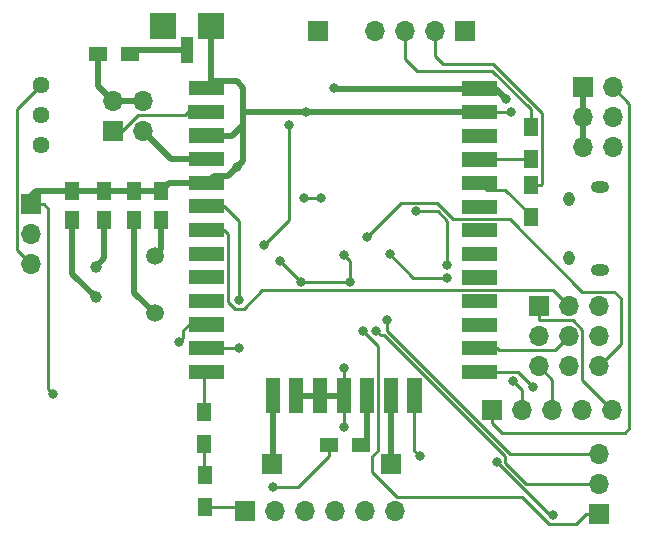
<source format=gbr>
G04 #@! TF.GenerationSoftware,KiCad,Pcbnew,(5.1.5)-3*
G04 #@! TF.CreationDate,2020-04-28T00:17:26+02:00*
G04 #@! TF.ProjectId,main_pcb,6d61696e-5f70-4636-922e-6b696361645f,1*
G04 #@! TF.SameCoordinates,Original*
G04 #@! TF.FileFunction,Copper,L2,Bot*
G04 #@! TF.FilePolarity,Positive*
%FSLAX46Y46*%
G04 Gerber Fmt 4.6, Leading zero omitted, Abs format (unit mm)*
G04 Created by KiCad (PCBNEW (5.1.5)-3) date 2020-04-28 00:17:26*
%MOMM*%
%LPD*%
G04 APERTURE LIST*
%ADD10R,1.700000X1.700000*%
%ADD11O,1.700000X1.700000*%
%ADD12R,1.250000X1.500000*%
%ADD13C,0.100000*%
%ADD14R,1.300000X1.500000*%
%ADD15R,1.000000X2.200000*%
%ADD16R,2.200000X2.200000*%
%ADD17O,0.950000X1.250000*%
%ADD18O,1.550000X1.000000*%
%ADD19R,1.500000X1.300000*%
%ADD20C,1.440000*%
%ADD21C,1.500000*%
%ADD22C,1.000000*%
%ADD23C,0.800000*%
%ADD24C,0.500000*%
%ADD25C,0.250000*%
G04 APERTURE END LIST*
D10*
X130800000Y-92500000D03*
D11*
X133340000Y-92500000D03*
X135880000Y-92500000D03*
X138420000Y-92500000D03*
X140960000Y-92500000D03*
D12*
X102770940Y-73913680D03*
X102770940Y-76413680D03*
X100446840Y-76411140D03*
X100446840Y-73911140D03*
X97929700Y-73916220D03*
X97929700Y-76416220D03*
X95237300Y-73913680D03*
X95237300Y-76413680D03*
G04 #@! TA.AperFunction,SMDPad,CuDef*
D13*
G36*
X111594700Y-89786401D02*
G01*
X112794700Y-89786401D01*
X112794700Y-92786401D01*
X111594700Y-92786401D01*
X111594700Y-89786401D01*
G37*
G04 #@! TD.AperFunction*
G04 #@! TA.AperFunction,SMDPad,CuDef*
G36*
X113594700Y-89786401D02*
G01*
X114794700Y-89786401D01*
X114794700Y-92786401D01*
X113594700Y-92786401D01*
X113594700Y-89786401D01*
G37*
G04 #@! TD.AperFunction*
G04 #@! TA.AperFunction,SMDPad,CuDef*
G36*
X115594700Y-89786401D02*
G01*
X116794700Y-89786401D01*
X116794700Y-92786401D01*
X115594700Y-92786401D01*
X115594700Y-89786401D01*
G37*
G04 #@! TD.AperFunction*
G04 #@! TA.AperFunction,SMDPad,CuDef*
G36*
X117594700Y-89786401D02*
G01*
X118794700Y-89786401D01*
X118794700Y-92786401D01*
X117594700Y-92786401D01*
X117594700Y-89786401D01*
G37*
G04 #@! TD.AperFunction*
G04 #@! TA.AperFunction,SMDPad,CuDef*
G36*
X119594700Y-89786401D02*
G01*
X120794700Y-89786401D01*
X120794700Y-92786401D01*
X119594700Y-92786401D01*
X119594700Y-89786401D01*
G37*
G04 #@! TD.AperFunction*
G04 #@! TA.AperFunction,SMDPad,CuDef*
G36*
X121594700Y-89786401D02*
G01*
X122794700Y-89786401D01*
X122794700Y-92786401D01*
X121594700Y-92786401D01*
X121594700Y-89786401D01*
G37*
G04 #@! TD.AperFunction*
G04 #@! TA.AperFunction,SMDPad,CuDef*
G36*
X123594700Y-89786401D02*
G01*
X124794700Y-89786401D01*
X124794700Y-92786401D01*
X123594700Y-92786401D01*
X123594700Y-89786401D01*
G37*
G04 #@! TD.AperFunction*
G04 #@! TA.AperFunction,SMDPad,CuDef*
G36*
X105105200Y-64654401D02*
G01*
X108105200Y-64654401D01*
X108105200Y-65854401D01*
X105105200Y-65854401D01*
X105105200Y-64654401D01*
G37*
G04 #@! TD.AperFunction*
G04 #@! TA.AperFunction,SMDPad,CuDef*
G36*
X105041700Y-66654401D02*
G01*
X108041700Y-66654401D01*
X108041700Y-67854401D01*
X105041700Y-67854401D01*
X105041700Y-66654401D01*
G37*
G04 #@! TD.AperFunction*
G04 #@! TA.AperFunction,SMDPad,CuDef*
G36*
X105105200Y-68654401D02*
G01*
X108105200Y-68654401D01*
X108105200Y-69854401D01*
X105105200Y-69854401D01*
X105105200Y-68654401D01*
G37*
G04 #@! TD.AperFunction*
G04 #@! TA.AperFunction,SMDPad,CuDef*
G36*
X105105200Y-70654401D02*
G01*
X108105200Y-70654401D01*
X108105200Y-71854401D01*
X105105200Y-71854401D01*
X105105200Y-70654401D01*
G37*
G04 #@! TD.AperFunction*
G04 #@! TA.AperFunction,SMDPad,CuDef*
G36*
X105105200Y-72654401D02*
G01*
X108105200Y-72654401D01*
X108105200Y-73854401D01*
X105105200Y-73854401D01*
X105105200Y-72654401D01*
G37*
G04 #@! TD.AperFunction*
G04 #@! TA.AperFunction,SMDPad,CuDef*
G36*
X105105200Y-74654401D02*
G01*
X108105200Y-74654401D01*
X108105200Y-75854401D01*
X105105200Y-75854401D01*
X105105200Y-74654401D01*
G37*
G04 #@! TD.AperFunction*
G04 #@! TA.AperFunction,SMDPad,CuDef*
G36*
X105105200Y-76654401D02*
G01*
X108105200Y-76654401D01*
X108105200Y-77854401D01*
X105105200Y-77854401D01*
X105105200Y-76654401D01*
G37*
G04 #@! TD.AperFunction*
G04 #@! TA.AperFunction,SMDPad,CuDef*
G36*
X105105200Y-78654401D02*
G01*
X108105200Y-78654401D01*
X108105200Y-79854401D01*
X105105200Y-79854401D01*
X105105200Y-78654401D01*
G37*
G04 #@! TD.AperFunction*
G04 #@! TA.AperFunction,SMDPad,CuDef*
G36*
X105105200Y-80654401D02*
G01*
X108105200Y-80654401D01*
X108105200Y-81854401D01*
X105105200Y-81854401D01*
X105105200Y-80654401D01*
G37*
G04 #@! TD.AperFunction*
G04 #@! TA.AperFunction,SMDPad,CuDef*
G36*
X105105200Y-82654401D02*
G01*
X108105200Y-82654401D01*
X108105200Y-83854401D01*
X105105200Y-83854401D01*
X105105200Y-82654401D01*
G37*
G04 #@! TD.AperFunction*
G04 #@! TA.AperFunction,SMDPad,CuDef*
G36*
X105105200Y-84654401D02*
G01*
X108105200Y-84654401D01*
X108105200Y-85854401D01*
X105105200Y-85854401D01*
X105105200Y-84654401D01*
G37*
G04 #@! TD.AperFunction*
G04 #@! TA.AperFunction,SMDPad,CuDef*
G36*
X105105200Y-86654401D02*
G01*
X108105200Y-86654401D01*
X108105200Y-87854401D01*
X105105200Y-87854401D01*
X105105200Y-86654401D01*
G37*
G04 #@! TD.AperFunction*
G04 #@! TA.AperFunction,SMDPad,CuDef*
G36*
X105105200Y-88654401D02*
G01*
X108105200Y-88654401D01*
X108105200Y-89854401D01*
X105105200Y-89854401D01*
X105105200Y-88654401D01*
G37*
G04 #@! TD.AperFunction*
G04 #@! TA.AperFunction,SMDPad,CuDef*
G36*
X128219200Y-88676801D02*
G01*
X131219200Y-88676801D01*
X131219200Y-89876801D01*
X128219200Y-89876801D01*
X128219200Y-88676801D01*
G37*
G04 #@! TD.AperFunction*
G04 #@! TA.AperFunction,SMDPad,CuDef*
G36*
X128219200Y-86676801D02*
G01*
X131219200Y-86676801D01*
X131219200Y-87876801D01*
X128219200Y-87876801D01*
X128219200Y-86676801D01*
G37*
G04 #@! TD.AperFunction*
G04 #@! TA.AperFunction,SMDPad,CuDef*
G36*
X128219200Y-84676801D02*
G01*
X131219200Y-84676801D01*
X131219200Y-85876801D01*
X128219200Y-85876801D01*
X128219200Y-84676801D01*
G37*
G04 #@! TD.AperFunction*
G04 #@! TA.AperFunction,SMDPad,CuDef*
G36*
X128219200Y-82676801D02*
G01*
X131219200Y-82676801D01*
X131219200Y-83876801D01*
X128219200Y-83876801D01*
X128219200Y-82676801D01*
G37*
G04 #@! TD.AperFunction*
G04 #@! TA.AperFunction,SMDPad,CuDef*
G36*
X128219200Y-80676801D02*
G01*
X131219200Y-80676801D01*
X131219200Y-81876801D01*
X128219200Y-81876801D01*
X128219200Y-80676801D01*
G37*
G04 #@! TD.AperFunction*
G04 #@! TA.AperFunction,SMDPad,CuDef*
G36*
X128219200Y-78676801D02*
G01*
X131219200Y-78676801D01*
X131219200Y-79876801D01*
X128219200Y-79876801D01*
X128219200Y-78676801D01*
G37*
G04 #@! TD.AperFunction*
G04 #@! TA.AperFunction,SMDPad,CuDef*
G36*
X128219200Y-76676801D02*
G01*
X131219200Y-76676801D01*
X131219200Y-77876801D01*
X128219200Y-77876801D01*
X128219200Y-76676801D01*
G37*
G04 #@! TD.AperFunction*
G04 #@! TA.AperFunction,SMDPad,CuDef*
G36*
X128219200Y-74676801D02*
G01*
X131219200Y-74676801D01*
X131219200Y-75876801D01*
X128219200Y-75876801D01*
X128219200Y-74676801D01*
G37*
G04 #@! TD.AperFunction*
G04 #@! TA.AperFunction,SMDPad,CuDef*
G36*
X128219200Y-72676801D02*
G01*
X131219200Y-72676801D01*
X131219200Y-73876801D01*
X128219200Y-73876801D01*
X128219200Y-72676801D01*
G37*
G04 #@! TD.AperFunction*
G04 #@! TA.AperFunction,SMDPad,CuDef*
G36*
X128219200Y-70676801D02*
G01*
X131219200Y-70676801D01*
X131219200Y-71876801D01*
X128219200Y-71876801D01*
X128219200Y-70676801D01*
G37*
G04 #@! TD.AperFunction*
G04 #@! TA.AperFunction,SMDPad,CuDef*
G36*
X128219200Y-68676801D02*
G01*
X131219200Y-68676801D01*
X131219200Y-69876801D01*
X128219200Y-69876801D01*
X128219200Y-68676801D01*
G37*
G04 #@! TD.AperFunction*
G04 #@! TA.AperFunction,SMDPad,CuDef*
G36*
X128219200Y-66676801D02*
G01*
X131219200Y-66676801D01*
X131219200Y-67876801D01*
X128219200Y-67876801D01*
X128219200Y-66676801D01*
G37*
G04 #@! TD.AperFunction*
G04 #@! TA.AperFunction,SMDPad,CuDef*
G36*
X128219200Y-64676801D02*
G01*
X131219200Y-64676801D01*
X131219200Y-65876801D01*
X128219200Y-65876801D01*
X128219200Y-64676801D01*
G37*
G04 #@! TD.AperFunction*
D14*
X106418380Y-97994480D03*
X106418380Y-100694480D03*
D10*
X128501140Y-60370720D03*
D11*
X125961140Y-60370720D03*
X123421140Y-60370720D03*
X120881140Y-60370720D03*
X141013180Y-70243700D03*
X138473180Y-70243700D03*
X141013180Y-67703700D03*
X138473180Y-67703700D03*
X141013180Y-65163700D03*
D10*
X138473180Y-65163700D03*
X122191780Y-97066100D03*
X109819440Y-101041200D03*
D11*
X112359440Y-101041200D03*
X114899440Y-101041200D03*
X117439440Y-101041200D03*
X119979440Y-101041200D03*
X122519440Y-101041200D03*
D10*
X112166400Y-97068640D03*
X98651060Y-68856860D03*
D11*
X98651060Y-66316860D03*
X101191060Y-68856860D03*
X101191060Y-66316860D03*
D15*
X104940100Y-61998860D03*
D16*
X106977180Y-59966860D03*
X102918260Y-59966860D03*
D10*
X91706700Y-75067160D03*
D11*
X91706700Y-77607160D03*
X91706700Y-80147160D03*
D17*
X137245100Y-79652500D03*
X137245100Y-74652500D03*
D18*
X139945100Y-80652500D03*
X139945100Y-73652500D03*
D14*
X134028180Y-71216500D03*
X134028180Y-68516500D03*
X134028180Y-76116160D03*
X134028180Y-73416160D03*
D19*
X119650500Y-95486220D03*
X116950500Y-95486220D03*
D14*
X106410760Y-95356660D03*
X106410760Y-92656660D03*
D19*
X100103940Y-62377320D03*
X97403940Y-62377320D03*
D20*
X92585540Y-64952880D03*
X92585540Y-67492880D03*
X92585540Y-70032880D03*
D21*
X102199440Y-79420720D03*
X102199440Y-84320720D03*
D22*
X97205800Y-80365600D03*
X97205800Y-82905600D03*
D11*
X139829540Y-96192340D03*
X139829540Y-98732340D03*
D10*
X139829540Y-101272340D03*
X116039900Y-60373260D03*
X134696200Y-83703160D03*
D11*
X137236200Y-83703160D03*
X134696200Y-86243160D03*
X137236200Y-86243160D03*
X134696200Y-88783160D03*
X137236200Y-88783160D03*
X139776200Y-83703160D03*
X139776200Y-86243160D03*
X139776200Y-88783160D03*
D23*
X109186980Y-71904860D03*
X114998679Y-67276801D03*
X118186200Y-88922860D03*
X132351780Y-67269360D03*
X93576140Y-91132660D03*
X118193820Y-93913960D03*
X118773600Y-81613471D03*
X112823600Y-79888080D03*
X118267480Y-79395320D03*
X131953000Y-66141600D03*
X117340380Y-65265300D03*
X114548991Y-81613471D03*
X126954280Y-80246161D03*
X124363480Y-75660360D03*
X112245140Y-99011740D03*
X134228840Y-90530680D03*
X109326680Y-87274400D03*
X104233594Y-86771011D03*
X109380020Y-83195160D03*
X124627640Y-96426020D03*
X135912860Y-101394260D03*
X131150360Y-96903540D03*
X132527040Y-90017600D03*
X111478060Y-78518600D03*
X113591340Y-68374260D03*
X116273600Y-74564240D03*
X114805460Y-74569320D03*
X121889520Y-84876640D03*
X120967500Y-85768600D03*
X119806720Y-85768600D03*
X126984760Y-81295240D03*
X122084459Y-79288899D03*
X120200420Y-77830680D03*
D24*
X103430219Y-73254401D02*
X102770940Y-73913680D01*
X106605200Y-73254401D02*
X103430219Y-73254401D01*
X102768400Y-73916220D02*
X102770940Y-73913680D01*
X97929700Y-73916220D02*
X102768400Y-73916220D01*
X95239840Y-73916220D02*
X95237300Y-73913680D01*
X97929700Y-73916220D02*
X95239840Y-73916220D01*
X107205200Y-64654401D02*
X109150121Y-64654401D01*
X106605200Y-65254401D02*
X107205200Y-64654401D01*
X109150121Y-64654401D02*
X109710220Y-65214500D01*
X108725939Y-69254401D02*
X106605200Y-69254401D01*
X107205200Y-72654401D02*
X108422199Y-72654401D01*
X106605200Y-73254401D02*
X107205200Y-72654401D01*
X109694980Y-71381620D02*
X109694980Y-68353940D01*
X109710220Y-68270120D02*
X109694980Y-68353940D01*
X109694980Y-68353940D02*
X108725939Y-69254401D01*
X118194700Y-91286401D02*
X116194700Y-91286401D01*
X114194700Y-91286401D02*
X116194700Y-91286401D01*
X109758659Y-67276801D02*
X109707680Y-67327780D01*
X109710220Y-65214500D02*
X109707680Y-67327780D01*
X109707680Y-67327780D02*
X109710220Y-68270120D01*
X109186980Y-71904860D02*
X109694980Y-71381620D01*
X108422199Y-72654401D02*
X109186980Y-71904860D01*
X91706700Y-75067160D02*
X91706700Y-74399140D01*
X92192160Y-73913680D02*
X95237300Y-73913680D01*
X91706700Y-74399140D02*
X92192160Y-73913680D01*
X114998679Y-67276801D02*
X109758659Y-67276801D01*
X129719200Y-67276801D02*
X114998679Y-67276801D01*
D25*
X118194700Y-91286401D02*
X118194700Y-88931360D01*
X118194700Y-88931360D02*
X118186200Y-88922860D01*
X118193820Y-91287281D02*
X118194700Y-91286401D01*
X118193820Y-93913960D02*
X118193820Y-91287281D01*
X129729539Y-67287140D02*
X129719200Y-67276801D01*
X129726641Y-67269360D02*
X129719200Y-67276801D01*
X132351780Y-67269360D02*
X129726641Y-67269360D01*
D24*
X107055920Y-64803681D02*
X106605200Y-65254401D01*
D25*
X92806700Y-75067160D02*
X91706700Y-75067160D01*
X93176141Y-75436601D02*
X92806700Y-75067160D01*
X93176141Y-90732661D02*
X93176141Y-75436601D01*
X93576140Y-91132660D02*
X93176141Y-90732661D01*
D24*
X106977180Y-64882421D02*
X106605200Y-65254401D01*
X106977180Y-59966860D02*
X106977180Y-64882421D01*
D25*
X102793800Y-76738800D02*
X102819200Y-76713400D01*
D24*
X102793800Y-76436540D02*
X102770940Y-76413680D01*
X102770940Y-78849220D02*
X102199440Y-79420720D01*
X102770940Y-76413680D02*
X102770940Y-78849220D01*
X100446840Y-82568120D02*
X102199440Y-84320720D01*
X100446840Y-76411140D02*
X100446840Y-82568120D01*
X97929700Y-79641700D02*
X97205800Y-80365600D01*
X97929700Y-76416220D02*
X97929700Y-79641700D01*
X95237300Y-80937100D02*
X97205800Y-82905600D01*
X95237300Y-76413680D02*
X95237300Y-80937100D01*
D25*
X90856701Y-79297161D02*
X91706700Y-80147160D01*
X90531699Y-78972159D02*
X90856701Y-79297161D01*
X90531699Y-67006721D02*
X90531699Y-78972159D01*
X92585540Y-64952880D02*
X90531699Y-67006721D01*
X118773600Y-81613471D02*
X114548991Y-81613471D01*
X114548991Y-81613471D02*
X112823600Y-79888080D01*
X118773600Y-81613471D02*
X118773600Y-79901440D01*
X118773600Y-79901440D02*
X118267480Y-79395320D01*
X109472720Y-100694480D02*
X109819440Y-101041200D01*
X106418380Y-100694480D02*
X109472720Y-100694480D01*
D24*
X138473180Y-65163700D02*
X138473180Y-70243700D01*
X129719200Y-65276801D02*
X131088201Y-65276801D01*
X131088201Y-65276801D02*
X131953000Y-66141600D01*
X129719200Y-65276801D02*
X117351881Y-65276801D01*
X117351881Y-65276801D02*
X117340380Y-65265300D01*
D25*
X126954280Y-80246161D02*
X126954280Y-76461620D01*
X126954280Y-76461620D02*
X126153020Y-75660360D01*
X126153020Y-75660360D02*
X124363480Y-75660360D01*
X116950500Y-96386220D02*
X116950500Y-95486220D01*
X114324980Y-99011740D02*
X116950500Y-96386220D01*
X112245140Y-99011740D02*
X114324980Y-99011740D01*
X133967879Y-71276801D02*
X134028180Y-71216500D01*
X129719200Y-71276801D02*
X133967879Y-71276801D01*
X134028180Y-76016160D02*
X134028180Y-76116160D01*
X131888821Y-73876801D02*
X134028180Y-76016160D01*
X130319200Y-73876801D02*
X131888821Y-73876801D01*
X129719200Y-73276801D02*
X130319200Y-73876801D01*
X131219200Y-87276801D02*
X129719200Y-87276801D01*
X131360560Y-87418161D02*
X131219200Y-87276801D01*
X136061199Y-87418161D02*
X131360560Y-87418161D01*
X137236200Y-86243160D02*
X136061199Y-87418161D01*
X129719200Y-89276801D02*
X132974961Y-89276801D01*
X132974961Y-89276801D02*
X134228840Y-90530680D01*
X106410760Y-89448841D02*
X106605200Y-89254401D01*
X106410760Y-92656660D02*
X106410760Y-89448841D01*
X106625199Y-87274400D02*
X106605200Y-87254401D01*
X109326680Y-87274400D02*
X106625199Y-87274400D01*
X105105200Y-85254401D02*
X106605200Y-85254401D01*
X104633593Y-85726008D02*
X105105200Y-85254401D01*
X104633593Y-86371012D02*
X104633593Y-85726008D01*
X104233594Y-86771011D02*
X104633593Y-86371012D01*
X108430210Y-77579411D02*
X108105200Y-77254401D01*
X108430210Y-83318352D02*
X108430210Y-77579411D01*
X135884831Y-82351791D02*
X111296391Y-82351791D01*
X137236200Y-83703160D02*
X135884831Y-82351791D01*
X108105200Y-77254401D02*
X106605200Y-77254401D01*
X111296391Y-82351791D02*
X109728021Y-83920161D01*
X109728021Y-83920161D02*
X109032019Y-83920161D01*
X109032019Y-83920161D02*
X108430210Y-83318352D01*
X109380020Y-76529221D02*
X109380020Y-83195160D01*
X106605200Y-75254401D02*
X108105200Y-75254401D01*
X108105200Y-75254401D02*
X109380020Y-76529221D01*
D24*
X103588601Y-71254401D02*
X106605200Y-71254401D01*
X101191060Y-68856860D02*
X103588601Y-71254401D01*
D25*
X105041700Y-67254401D02*
X106541700Y-67254401D01*
X104804240Y-67491861D02*
X105041700Y-67254401D01*
X100817057Y-67491861D02*
X104804240Y-67491861D01*
X99452058Y-68856860D02*
X100817057Y-67491861D01*
X98651060Y-68856860D02*
X99452058Y-68856860D01*
X124194700Y-91286401D02*
X124194700Y-95993080D01*
X124194700Y-95993080D02*
X124627640Y-96426020D01*
D24*
X122194700Y-97063180D02*
X122191780Y-97066100D01*
X122194700Y-91286401D02*
X122194700Y-97063180D01*
X120194700Y-94942020D02*
X119650500Y-95486220D01*
X120194700Y-91286401D02*
X120194700Y-94942020D01*
X112194700Y-97040340D02*
X112166400Y-97068640D01*
X112194700Y-91286401D02*
X112194700Y-97040340D01*
D25*
X135641080Y-101394260D02*
X135912860Y-101394260D01*
X131150360Y-96903540D02*
X135641080Y-101394260D01*
X106410760Y-97986860D02*
X106418380Y-97994480D01*
X106410760Y-95356660D02*
X106410760Y-97986860D01*
X134696200Y-84803160D02*
X134696200Y-83703160D01*
X134771201Y-84878161D02*
X134696200Y-84803160D01*
X137610203Y-84878161D02*
X134771201Y-84878161D01*
X138411201Y-85679159D02*
X137610203Y-84878161D01*
X138411201Y-89951201D02*
X138411201Y-85679159D01*
X140960000Y-92500000D02*
X138411201Y-89951201D01*
X135880000Y-89966960D02*
X134696200Y-88783160D01*
X135880000Y-92500000D02*
X135880000Y-89966960D01*
X134096899Y-86649421D02*
X134553960Y-86192360D01*
X133340000Y-92500000D02*
X133340000Y-90830560D01*
X133340000Y-90830560D02*
X132527040Y-90017600D01*
X130800000Y-93600000D02*
X131600000Y-94400000D01*
X130800000Y-92500000D02*
X130800000Y-93600000D01*
X141013180Y-65163700D02*
X142400000Y-66550520D01*
X142400000Y-66550520D02*
X142400000Y-94000000D01*
X142000000Y-94400000D02*
X131600000Y-94400000D01*
X142400000Y-94000000D02*
X142000000Y-94400000D01*
X134028180Y-67026145D02*
X130761115Y-63759080D01*
X134028180Y-68516500D02*
X134028180Y-67026145D01*
X130761115Y-63759080D02*
X124416820Y-63759080D01*
X123421140Y-62763400D02*
X123421140Y-60370720D01*
X124416820Y-63759080D02*
X123421140Y-62763400D01*
X135003181Y-67364736D02*
X130841265Y-63202820D01*
X135003181Y-73341159D02*
X135003181Y-67364736D01*
X134028180Y-73416160D02*
X134928180Y-73416160D01*
X134928180Y-73416160D02*
X135003181Y-73341159D01*
X130841265Y-63202820D02*
X126611380Y-63202820D01*
X125961140Y-62552580D02*
X125961140Y-60370720D01*
X126611380Y-63202820D02*
X125961140Y-62552580D01*
D24*
X98651060Y-66316860D02*
X101191060Y-66316860D01*
X98651060Y-66316860D02*
X97391220Y-65057020D01*
X97403940Y-65044300D02*
X97403940Y-62377320D01*
X97391220Y-65057020D02*
X97403940Y-65044300D01*
D25*
X111478060Y-78518600D02*
X113591340Y-76405320D01*
X113591340Y-76405320D02*
X113591340Y-68374260D01*
D24*
X100482400Y-61998860D02*
X100103940Y-62377320D01*
X104940100Y-61998860D02*
X100482400Y-61998860D01*
D25*
X116273600Y-74564240D02*
X114810540Y-74564240D01*
X114810540Y-74564240D02*
X114805460Y-74569320D01*
X121889520Y-85442325D02*
X121889520Y-84876640D01*
X121889520Y-85785175D02*
X121889520Y-85442325D01*
X132296685Y-96192340D02*
X121889520Y-85785175D01*
X139829540Y-96192340D02*
X132296685Y-96192340D01*
X131875361Y-96407426D02*
X131875361Y-96992131D01*
X121636534Y-86168599D02*
X131875361Y-96407426D01*
X120967500Y-85768600D02*
X121367499Y-86168599D01*
X121367499Y-86168599D02*
X121636534Y-86168599D01*
X133615570Y-98732340D02*
X139829540Y-98732340D01*
X131875361Y-96992131D02*
X133615570Y-98732340D01*
X121119710Y-95908050D02*
X120563640Y-96464120D01*
X119806720Y-85768600D02*
X121119710Y-87081590D01*
X121119710Y-87081590D02*
X121119710Y-95908050D01*
X138729540Y-101272340D02*
X139829540Y-101272340D01*
X137882619Y-102119261D02*
X138729540Y-101272340D01*
X135564859Y-102119261D02*
X137882619Y-102119261D01*
X133311797Y-99866199D02*
X135564859Y-102119261D01*
X122706877Y-99866199D02*
X133311797Y-99866199D01*
X120563640Y-97722962D02*
X122706877Y-99866199D01*
X120563640Y-96464120D02*
X120563640Y-97722962D01*
X126984760Y-81295240D02*
X124090800Y-81295240D01*
X124090800Y-81295240D02*
X122084459Y-79288899D01*
X132278809Y-76351791D02*
X138401837Y-82474819D01*
X127480861Y-76351791D02*
X132278809Y-76351791D01*
X126064429Y-74935359D02*
X127480861Y-76351791D01*
X123095741Y-74935359D02*
X126064429Y-74935359D01*
X120200420Y-77830680D02*
X123095741Y-74935359D01*
X139776200Y-88783160D02*
X141660880Y-86898480D01*
X141660880Y-86898480D02*
X141660880Y-83007200D01*
X141128499Y-82474819D02*
X138401837Y-82474819D01*
X141660880Y-83007200D02*
X141128499Y-82474819D01*
M02*

</source>
